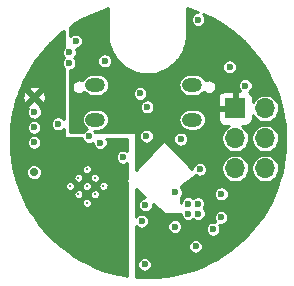
<source format=gbr>
G04 #@! TF.GenerationSoftware,KiCad,Pcbnew,(5.99.0-417-g8bd2765f3)*
G04 #@! TF.CreationDate,2020-07-20T21:20:45-04:00*
G04 #@! TF.ProjectId,bias,62696173-2e6b-4696-9361-645f70636258,rev?*
G04 #@! TF.SameCoordinates,Original*
G04 #@! TF.FileFunction,Copper,L3,Inr*
G04 #@! TF.FilePolarity,Positive*
%FSLAX46Y46*%
G04 Gerber Fmt 4.6, Leading zero omitted, Abs format (unit mm)*
G04 Created by KiCad (PCBNEW (5.99.0-417-g8bd2765f3)) date 2020-07-20 21:20:45*
%MOMM*%
%LPD*%
G04 APERTURE LIST*
%ADD10C,0.704800*%
%ADD11C,0.200000*%
%ADD12O,1.700000X1.200000*%
%ADD13R,1.700000X1.700000*%
%ADD14O,1.700000X1.700000*%
%ADD15C,0.600000*%
%ADD16C,0.254000*%
G04 APERTURE END LIST*
D10*
X190359200Y-97255400D03*
X190359200Y-103605400D03*
D11*
X194822334Y-103352874D03*
X195529441Y-104059981D03*
X196236548Y-104767087D03*
X194115228Y-104059981D03*
X194822334Y-104767087D03*
X195529441Y-105474194D03*
X193408121Y-104767087D03*
X194115228Y-105474194D03*
X194822334Y-106181301D03*
D12*
X195559240Y-96202680D03*
X203759239Y-96202680D03*
X195559240Y-99142680D03*
X203759239Y-99142680D03*
D13*
X207391000Y-98196400D03*
D14*
X209931000Y-98196400D03*
X207391000Y-100736400D03*
X209931000Y-100736400D03*
X207391000Y-103276400D03*
X209931000Y-103276400D03*
D15*
X191759400Y-93878400D03*
X199329040Y-96931480D03*
X199928480Y-98059240D03*
X199877680Y-100543360D03*
X195950840Y-101097080D03*
X203789280Y-94320360D03*
X200909240Y-97388360D03*
X198409240Y-97343280D03*
X206197200Y-105435400D03*
X204389200Y-103350400D03*
X204233742Y-106254173D03*
X205509200Y-108420400D03*
X194005200Y-109245400D03*
X197815200Y-108991400D03*
X191409200Y-99470400D03*
X202272406Y-108195168D03*
X202329200Y-105310400D03*
X195009200Y-100570400D03*
X204240000Y-90670000D03*
X208229200Y-96260400D03*
X199789200Y-106370400D03*
X192389200Y-99500400D03*
X193319400Y-94348400D03*
X196347600Y-94167000D03*
X193869200Y-92490400D03*
X197889200Y-102320400D03*
X202779200Y-100800400D03*
X199466200Y-107731128D03*
X206919200Y-94670400D03*
X204264200Y-107100400D03*
X203414200Y-107100400D03*
X203414200Y-106250400D03*
X193329400Y-93458400D03*
X206189202Y-107423638D03*
X204038200Y-109880400D03*
X199720200Y-111404400D03*
X195076399Y-93228401D03*
X190359200Y-101065400D03*
X190359200Y-99795400D03*
X190365500Y-98519100D03*
G36*
X192873000Y-93028433D02*
G01*
X192778905Y-93140572D01*
X192703400Y-93348020D01*
X192703400Y-93568780D01*
X192778905Y-93776228D01*
X192873000Y-93888367D01*
X192873000Y-93906515D01*
X192768905Y-94030572D01*
X192693400Y-94238020D01*
X192693400Y-94458780D01*
X192768905Y-94666228D01*
X192873000Y-94790285D01*
X192873000Y-99103087D01*
X192797793Y-99013458D01*
X192606607Y-98903078D01*
X192389200Y-98864743D01*
X192171793Y-98903078D01*
X191980607Y-99013458D01*
X191838705Y-99182572D01*
X191763200Y-99390020D01*
X191763200Y-99610780D01*
X191838705Y-99818228D01*
X191980607Y-99987342D01*
X192171793Y-100097722D01*
X192389200Y-100136057D01*
X192606607Y-100097722D01*
X192797793Y-99987342D01*
X192873000Y-99897713D01*
X192873000Y-100734804D01*
X194405507Y-100742067D01*
X194458705Y-100888228D01*
X194600607Y-101057342D01*
X194791793Y-101167722D01*
X195009200Y-101206057D01*
X195226607Y-101167722D01*
X195324840Y-101111008D01*
X195324840Y-101207460D01*
X195400345Y-101414908D01*
X195542247Y-101584022D01*
X195733433Y-101694402D01*
X195950840Y-101732737D01*
X196168247Y-101694402D01*
X196359433Y-101584022D01*
X196501335Y-101414908D01*
X196576840Y-101207460D01*
X196576840Y-100986700D01*
X196501335Y-100779252D01*
X196478377Y-100751892D01*
X198232175Y-100760204D01*
X198230325Y-101794506D01*
X198106607Y-101723078D01*
X197889200Y-101684743D01*
X197671793Y-101723078D01*
X197480607Y-101833458D01*
X197338705Y-102002572D01*
X197263200Y-102210020D01*
X197263200Y-102430780D01*
X197338705Y-102638228D01*
X197480607Y-102807342D01*
X197671793Y-102917722D01*
X197889200Y-102956057D01*
X198106607Y-102917722D01*
X198228441Y-102847382D01*
X198226099Y-104157035D01*
X198088267Y-104300202D01*
X198225634Y-104416677D01*
X198211435Y-112354394D01*
X198096231Y-112338678D01*
X197438633Y-112210043D01*
X196789518Y-112043763D01*
X196151029Y-111840387D01*
X195525347Y-111600609D01*
X194914460Y-111325191D01*
X194320473Y-111015082D01*
X193745317Y-110671292D01*
X193190894Y-110294957D01*
X192659066Y-109887341D01*
X192151585Y-109449786D01*
X191670117Y-108983729D01*
X191216290Y-108490748D01*
X190791582Y-107972443D01*
X190397413Y-107430551D01*
X190035119Y-106866910D01*
X189705838Y-106283290D01*
X189653207Y-106176006D01*
X194389004Y-106176006D01*
X194416151Y-106332359D01*
X194497765Y-106468456D01*
X194622901Y-106566047D01*
X194774780Y-106612047D01*
X194933035Y-106600286D01*
X195076445Y-106532342D01*
X195185782Y-106417328D01*
X195246666Y-106269978D01*
X195248705Y-106103017D01*
X195191441Y-105954226D01*
X195084947Y-105836573D01*
X194943239Y-105765146D01*
X194785317Y-105749522D01*
X194632360Y-105791798D01*
X194504878Y-105886302D01*
X194419963Y-106020364D01*
X194389004Y-106176006D01*
X189653207Y-106176006D01*
X189410710Y-105681705D01*
X189321116Y-105468899D01*
X193681898Y-105468899D01*
X193709045Y-105625252D01*
X193790659Y-105761349D01*
X193915795Y-105858940D01*
X194067674Y-105904940D01*
X194225929Y-105893179D01*
X194369339Y-105825235D01*
X194478676Y-105710221D01*
X194539560Y-105562871D01*
X194540707Y-105468899D01*
X195096111Y-105468899D01*
X195123258Y-105625252D01*
X195204872Y-105761349D01*
X195330008Y-105858940D01*
X195481887Y-105904940D01*
X195640142Y-105893179D01*
X195783552Y-105825235D01*
X195892889Y-105710221D01*
X195953773Y-105562871D01*
X195955812Y-105395910D01*
X195898548Y-105247119D01*
X195792054Y-105129466D01*
X195650346Y-105058039D01*
X195492424Y-105042415D01*
X195339467Y-105084691D01*
X195211985Y-105179195D01*
X195127070Y-105313257D01*
X195096111Y-105468899D01*
X194540707Y-105468899D01*
X194541599Y-105395910D01*
X194484335Y-105247119D01*
X194377841Y-105129466D01*
X194236133Y-105058039D01*
X194078211Y-105042415D01*
X193925254Y-105084691D01*
X193797772Y-105179195D01*
X193712857Y-105313257D01*
X193681898Y-105468899D01*
X189321116Y-105468899D01*
X189150693Y-105064109D01*
X189043449Y-104761792D01*
X192974791Y-104761792D01*
X193001938Y-104918145D01*
X193083552Y-105054242D01*
X193208688Y-105151833D01*
X193360567Y-105197833D01*
X193518822Y-105186072D01*
X193662232Y-105118128D01*
X193771569Y-105003114D01*
X193832453Y-104855764D01*
X193833600Y-104761792D01*
X194389004Y-104761792D01*
X194416151Y-104918145D01*
X194497765Y-105054242D01*
X194622901Y-105151833D01*
X194774780Y-105197833D01*
X194933035Y-105186072D01*
X195076445Y-105118128D01*
X195185782Y-105003114D01*
X195246666Y-104855764D01*
X195247813Y-104761792D01*
X195803218Y-104761792D01*
X195830365Y-104918145D01*
X195911979Y-105054242D01*
X196037115Y-105151833D01*
X196188994Y-105197833D01*
X196347249Y-105186072D01*
X196490659Y-105118128D01*
X196599996Y-105003114D01*
X196660880Y-104855764D01*
X196662919Y-104688803D01*
X196605655Y-104540012D01*
X196499161Y-104422359D01*
X196357453Y-104350932D01*
X196199531Y-104335308D01*
X196046574Y-104377584D01*
X195919092Y-104472088D01*
X195834177Y-104606150D01*
X195803218Y-104761792D01*
X195247813Y-104761792D01*
X195248705Y-104688803D01*
X195191441Y-104540012D01*
X195084947Y-104422359D01*
X194943239Y-104350932D01*
X194785317Y-104335308D01*
X194632360Y-104377584D01*
X194504878Y-104472088D01*
X194419963Y-104606150D01*
X194389004Y-104761792D01*
X193833600Y-104761792D01*
X193834492Y-104688803D01*
X193777228Y-104540012D01*
X193670734Y-104422359D01*
X193529026Y-104350932D01*
X193371104Y-104335308D01*
X193218147Y-104377584D01*
X193090665Y-104472088D01*
X193005750Y-104606150D01*
X192974791Y-104761792D01*
X189043449Y-104761792D01*
X188926674Y-104432612D01*
X188739370Y-103789242D01*
X188695511Y-103598229D01*
X189674468Y-103598229D01*
X189697764Y-103782631D01*
X189769790Y-103953976D01*
X189885242Y-104099639D01*
X190035612Y-104208890D01*
X190209822Y-104273678D01*
X190395038Y-104289231D01*
X190577613Y-104254403D01*
X190744098Y-104171759D01*
X190874120Y-104054686D01*
X193681898Y-104054686D01*
X193709045Y-104211039D01*
X193790659Y-104347136D01*
X193915795Y-104444727D01*
X194067674Y-104490727D01*
X194225929Y-104478966D01*
X194369339Y-104411022D01*
X194478676Y-104296008D01*
X194539560Y-104148658D01*
X194540707Y-104054686D01*
X195096111Y-104054686D01*
X195123258Y-104211039D01*
X195204872Y-104347136D01*
X195330008Y-104444727D01*
X195481887Y-104490727D01*
X195640142Y-104478966D01*
X195783552Y-104411022D01*
X195892889Y-104296008D01*
X195953773Y-104148658D01*
X195955812Y-103981697D01*
X195898548Y-103832906D01*
X195792054Y-103715253D01*
X195650346Y-103643826D01*
X195492424Y-103628202D01*
X195339467Y-103670478D01*
X195211985Y-103764982D01*
X195127070Y-103899044D01*
X195096111Y-104054686D01*
X194540707Y-104054686D01*
X194541599Y-103981697D01*
X194484335Y-103832906D01*
X194377841Y-103715253D01*
X194236133Y-103643826D01*
X194078211Y-103628202D01*
X193925254Y-103670478D01*
X193797772Y-103764982D01*
X193712857Y-103899044D01*
X193681898Y-104054686D01*
X190874120Y-104054686D01*
X190882224Y-104047390D01*
X190981818Y-103890456D01*
X191035733Y-103711878D01*
X191037815Y-103513114D01*
X190991598Y-103347579D01*
X194389004Y-103347579D01*
X194416151Y-103503932D01*
X194497765Y-103640029D01*
X194622901Y-103737620D01*
X194774780Y-103783620D01*
X194933035Y-103771859D01*
X195076445Y-103703915D01*
X195185782Y-103588901D01*
X195246666Y-103441551D01*
X195248705Y-103274590D01*
X195191441Y-103125799D01*
X195084947Y-103008146D01*
X194943239Y-102936719D01*
X194785317Y-102921095D01*
X194632360Y-102963371D01*
X194504878Y-103057875D01*
X194419963Y-103191937D01*
X194389004Y-103347579D01*
X190991598Y-103347579D01*
X190987651Y-103333445D01*
X190891366Y-103174460D01*
X190755874Y-103047225D01*
X190591158Y-102961113D01*
X190409351Y-102922469D01*
X190223850Y-102934140D01*
X190048321Y-102995266D01*
X189895696Y-103101343D01*
X189777219Y-103244557D01*
X189701620Y-103414356D01*
X189674468Y-103598229D01*
X188695511Y-103598229D01*
X188589414Y-103136170D01*
X188477298Y-102475530D01*
X188403399Y-101809553D01*
X188367958Y-101140408D01*
X188371093Y-100470323D01*
X188412795Y-99801565D01*
X188426832Y-99685020D01*
X189733200Y-99685020D01*
X189733200Y-99905780D01*
X189808705Y-100113228D01*
X189950607Y-100282342D01*
X190141793Y-100392722D01*
X190355474Y-100430400D01*
X190141793Y-100468078D01*
X189950607Y-100578458D01*
X189808705Y-100747572D01*
X189733200Y-100955020D01*
X189733200Y-101175780D01*
X189808705Y-101383228D01*
X189950607Y-101552342D01*
X190141793Y-101662722D01*
X190359200Y-101701057D01*
X190576607Y-101662722D01*
X190767793Y-101552342D01*
X190909695Y-101383228D01*
X190985200Y-101175780D01*
X190985200Y-100955020D01*
X190909695Y-100747572D01*
X190767793Y-100578458D01*
X190576607Y-100468078D01*
X190362926Y-100430400D01*
X190576607Y-100392722D01*
X190767793Y-100282342D01*
X190909695Y-100113228D01*
X190985200Y-99905780D01*
X190985200Y-99685020D01*
X190909695Y-99477572D01*
X190767793Y-99308458D01*
X190576607Y-99198078D01*
X190359200Y-99159743D01*
X190141793Y-99198078D01*
X189950607Y-99308458D01*
X189808705Y-99477572D01*
X189733200Y-99685020D01*
X188426832Y-99685020D01*
X188492928Y-99136285D01*
X188611222Y-98476729D01*
X188709774Y-98065223D01*
X189730396Y-98065223D01*
X189878838Y-98125198D01*
X189815005Y-98201272D01*
X189739500Y-98408720D01*
X189739500Y-98629480D01*
X189815005Y-98836928D01*
X189956907Y-99006042D01*
X190148093Y-99116422D01*
X190365500Y-99154757D01*
X190582907Y-99116422D01*
X190774093Y-99006042D01*
X190915995Y-98836928D01*
X190991500Y-98629480D01*
X190991500Y-98408720D01*
X190915995Y-98201272D01*
X190843741Y-98115163D01*
X190971272Y-98048491D01*
X190359200Y-97436419D01*
X189730396Y-98065223D01*
X188709774Y-98065223D01*
X188767286Y-97825083D01*
X188939981Y-97251937D01*
X189366991Y-97251937D01*
X189389394Y-97465080D01*
X189457043Y-97668439D01*
X189572110Y-97861471D01*
X190178181Y-97255400D01*
X190540219Y-97255400D01*
X191158449Y-97873630D01*
X191297357Y-97578433D01*
X191344888Y-97369225D01*
X191345659Y-97148458D01*
X191299589Y-96938924D01*
X191159619Y-96636000D01*
X190540219Y-97255400D01*
X190178181Y-97255400D01*
X189572693Y-96649912D01*
X189459949Y-96836071D01*
X189390881Y-97038955D01*
X189366991Y-97251937D01*
X188939981Y-97251937D01*
X188960598Y-97183516D01*
X189190531Y-96554110D01*
X189226040Y-96471926D01*
X189756745Y-96471926D01*
X190359200Y-97074381D01*
X190970385Y-96463195D01*
X190727677Y-96334144D01*
X190521254Y-96276509D01*
X190307272Y-96264545D01*
X190095711Y-96298810D01*
X189896447Y-96377705D01*
X189756745Y-96471926D01*
X189226040Y-96471926D01*
X189456308Y-95938997D01*
X189757052Y-95340205D01*
X190091769Y-94759713D01*
X190459344Y-94199457D01*
X190858560Y-93661287D01*
X191288097Y-93146986D01*
X191746531Y-92658260D01*
X192232325Y-92196745D01*
X192743889Y-91763952D01*
X192873000Y-91666900D01*
X192873000Y-93028433D01*
G37*
D16*
X192873000Y-93028433D02*
X192778905Y-93140572D01*
X192703400Y-93348020D01*
X192703400Y-93568780D01*
X192778905Y-93776228D01*
X192873000Y-93888367D01*
X192873000Y-93906515D01*
X192768905Y-94030572D01*
X192693400Y-94238020D01*
X192693400Y-94458780D01*
X192768905Y-94666228D01*
X192873000Y-94790285D01*
X192873000Y-99103087D01*
X192797793Y-99013458D01*
X192606607Y-98903078D01*
X192389200Y-98864743D01*
X192171793Y-98903078D01*
X191980607Y-99013458D01*
X191838705Y-99182572D01*
X191763200Y-99390020D01*
X191763200Y-99610780D01*
X191838705Y-99818228D01*
X191980607Y-99987342D01*
X192171793Y-100097722D01*
X192389200Y-100136057D01*
X192606607Y-100097722D01*
X192797793Y-99987342D01*
X192873000Y-99897713D01*
X192873000Y-100734804D01*
X194405507Y-100742067D01*
X194458705Y-100888228D01*
X194600607Y-101057342D01*
X194791793Y-101167722D01*
X195009200Y-101206057D01*
X195226607Y-101167722D01*
X195324840Y-101111008D01*
X195324840Y-101207460D01*
X195400345Y-101414908D01*
X195542247Y-101584022D01*
X195733433Y-101694402D01*
X195950840Y-101732737D01*
X196168247Y-101694402D01*
X196359433Y-101584022D01*
X196501335Y-101414908D01*
X196576840Y-101207460D01*
X196576840Y-100986700D01*
X196501335Y-100779252D01*
X196478377Y-100751892D01*
X198232175Y-100760204D01*
X198230325Y-101794506D01*
X198106607Y-101723078D01*
X197889200Y-101684743D01*
X197671793Y-101723078D01*
X197480607Y-101833458D01*
X197338705Y-102002572D01*
X197263200Y-102210020D01*
X197263200Y-102430780D01*
X197338705Y-102638228D01*
X197480607Y-102807342D01*
X197671793Y-102917722D01*
X197889200Y-102956057D01*
X198106607Y-102917722D01*
X198228441Y-102847382D01*
X198226099Y-104157035D01*
X198088267Y-104300202D01*
X198225634Y-104416677D01*
X198211435Y-112354394D01*
X198096231Y-112338678D01*
X197438633Y-112210043D01*
X196789518Y-112043763D01*
X196151029Y-111840387D01*
X195525347Y-111600609D01*
X194914460Y-111325191D01*
X194320473Y-111015082D01*
X193745317Y-110671292D01*
X193190894Y-110294957D01*
X192659066Y-109887341D01*
X192151585Y-109449786D01*
X191670117Y-108983729D01*
X191216290Y-108490748D01*
X190791582Y-107972443D01*
X190397413Y-107430551D01*
X190035119Y-106866910D01*
X189705838Y-106283290D01*
X189653207Y-106176006D01*
X194389004Y-106176006D01*
X194416151Y-106332359D01*
X194497765Y-106468456D01*
X194622901Y-106566047D01*
X194774780Y-106612047D01*
X194933035Y-106600286D01*
X195076445Y-106532342D01*
X195185782Y-106417328D01*
X195246666Y-106269978D01*
X195248705Y-106103017D01*
X195191441Y-105954226D01*
X195084947Y-105836573D01*
X194943239Y-105765146D01*
X194785317Y-105749522D01*
X194632360Y-105791798D01*
X194504878Y-105886302D01*
X194419963Y-106020364D01*
X194389004Y-106176006D01*
X189653207Y-106176006D01*
X189410710Y-105681705D01*
X189321116Y-105468899D01*
X193681898Y-105468899D01*
X193709045Y-105625252D01*
X193790659Y-105761349D01*
X193915795Y-105858940D01*
X194067674Y-105904940D01*
X194225929Y-105893179D01*
X194369339Y-105825235D01*
X194478676Y-105710221D01*
X194539560Y-105562871D01*
X194540707Y-105468899D01*
X195096111Y-105468899D01*
X195123258Y-105625252D01*
X195204872Y-105761349D01*
X195330008Y-105858940D01*
X195481887Y-105904940D01*
X195640142Y-105893179D01*
X195783552Y-105825235D01*
X195892889Y-105710221D01*
X195953773Y-105562871D01*
X195955812Y-105395910D01*
X195898548Y-105247119D01*
X195792054Y-105129466D01*
X195650346Y-105058039D01*
X195492424Y-105042415D01*
X195339467Y-105084691D01*
X195211985Y-105179195D01*
X195127070Y-105313257D01*
X195096111Y-105468899D01*
X194540707Y-105468899D01*
X194541599Y-105395910D01*
X194484335Y-105247119D01*
X194377841Y-105129466D01*
X194236133Y-105058039D01*
X194078211Y-105042415D01*
X193925254Y-105084691D01*
X193797772Y-105179195D01*
X193712857Y-105313257D01*
X193681898Y-105468899D01*
X189321116Y-105468899D01*
X189150693Y-105064109D01*
X189043449Y-104761792D01*
X192974791Y-104761792D01*
X193001938Y-104918145D01*
X193083552Y-105054242D01*
X193208688Y-105151833D01*
X193360567Y-105197833D01*
X193518822Y-105186072D01*
X193662232Y-105118128D01*
X193771569Y-105003114D01*
X193832453Y-104855764D01*
X193833600Y-104761792D01*
X194389004Y-104761792D01*
X194416151Y-104918145D01*
X194497765Y-105054242D01*
X194622901Y-105151833D01*
X194774780Y-105197833D01*
X194933035Y-105186072D01*
X195076445Y-105118128D01*
X195185782Y-105003114D01*
X195246666Y-104855764D01*
X195247813Y-104761792D01*
X195803218Y-104761792D01*
X195830365Y-104918145D01*
X195911979Y-105054242D01*
X196037115Y-105151833D01*
X196188994Y-105197833D01*
X196347249Y-105186072D01*
X196490659Y-105118128D01*
X196599996Y-105003114D01*
X196660880Y-104855764D01*
X196662919Y-104688803D01*
X196605655Y-104540012D01*
X196499161Y-104422359D01*
X196357453Y-104350932D01*
X196199531Y-104335308D01*
X196046574Y-104377584D01*
X195919092Y-104472088D01*
X195834177Y-104606150D01*
X195803218Y-104761792D01*
X195247813Y-104761792D01*
X195248705Y-104688803D01*
X195191441Y-104540012D01*
X195084947Y-104422359D01*
X194943239Y-104350932D01*
X194785317Y-104335308D01*
X194632360Y-104377584D01*
X194504878Y-104472088D01*
X194419963Y-104606150D01*
X194389004Y-104761792D01*
X193833600Y-104761792D01*
X193834492Y-104688803D01*
X193777228Y-104540012D01*
X193670734Y-104422359D01*
X193529026Y-104350932D01*
X193371104Y-104335308D01*
X193218147Y-104377584D01*
X193090665Y-104472088D01*
X193005750Y-104606150D01*
X192974791Y-104761792D01*
X189043449Y-104761792D01*
X188926674Y-104432612D01*
X188739370Y-103789242D01*
X188695511Y-103598229D01*
X189674468Y-103598229D01*
X189697764Y-103782631D01*
X189769790Y-103953976D01*
X189885242Y-104099639D01*
X190035612Y-104208890D01*
X190209822Y-104273678D01*
X190395038Y-104289231D01*
X190577613Y-104254403D01*
X190744098Y-104171759D01*
X190874120Y-104054686D01*
X193681898Y-104054686D01*
X193709045Y-104211039D01*
X193790659Y-104347136D01*
X193915795Y-104444727D01*
X194067674Y-104490727D01*
X194225929Y-104478966D01*
X194369339Y-104411022D01*
X194478676Y-104296008D01*
X194539560Y-104148658D01*
X194540707Y-104054686D01*
X195096111Y-104054686D01*
X195123258Y-104211039D01*
X195204872Y-104347136D01*
X195330008Y-104444727D01*
X195481887Y-104490727D01*
X195640142Y-104478966D01*
X195783552Y-104411022D01*
X195892889Y-104296008D01*
X195953773Y-104148658D01*
X195955812Y-103981697D01*
X195898548Y-103832906D01*
X195792054Y-103715253D01*
X195650346Y-103643826D01*
X195492424Y-103628202D01*
X195339467Y-103670478D01*
X195211985Y-103764982D01*
X195127070Y-103899044D01*
X195096111Y-104054686D01*
X194540707Y-104054686D01*
X194541599Y-103981697D01*
X194484335Y-103832906D01*
X194377841Y-103715253D01*
X194236133Y-103643826D01*
X194078211Y-103628202D01*
X193925254Y-103670478D01*
X193797772Y-103764982D01*
X193712857Y-103899044D01*
X193681898Y-104054686D01*
X190874120Y-104054686D01*
X190882224Y-104047390D01*
X190981818Y-103890456D01*
X191035733Y-103711878D01*
X191037815Y-103513114D01*
X190991598Y-103347579D01*
X194389004Y-103347579D01*
X194416151Y-103503932D01*
X194497765Y-103640029D01*
X194622901Y-103737620D01*
X194774780Y-103783620D01*
X194933035Y-103771859D01*
X195076445Y-103703915D01*
X195185782Y-103588901D01*
X195246666Y-103441551D01*
X195248705Y-103274590D01*
X195191441Y-103125799D01*
X195084947Y-103008146D01*
X194943239Y-102936719D01*
X194785317Y-102921095D01*
X194632360Y-102963371D01*
X194504878Y-103057875D01*
X194419963Y-103191937D01*
X194389004Y-103347579D01*
X190991598Y-103347579D01*
X190987651Y-103333445D01*
X190891366Y-103174460D01*
X190755874Y-103047225D01*
X190591158Y-102961113D01*
X190409351Y-102922469D01*
X190223850Y-102934140D01*
X190048321Y-102995266D01*
X189895696Y-103101343D01*
X189777219Y-103244557D01*
X189701620Y-103414356D01*
X189674468Y-103598229D01*
X188695511Y-103598229D01*
X188589414Y-103136170D01*
X188477298Y-102475530D01*
X188403399Y-101809553D01*
X188367958Y-101140408D01*
X188371093Y-100470323D01*
X188412795Y-99801565D01*
X188426832Y-99685020D01*
X189733200Y-99685020D01*
X189733200Y-99905780D01*
X189808705Y-100113228D01*
X189950607Y-100282342D01*
X190141793Y-100392722D01*
X190355474Y-100430400D01*
X190141793Y-100468078D01*
X189950607Y-100578458D01*
X189808705Y-100747572D01*
X189733200Y-100955020D01*
X189733200Y-101175780D01*
X189808705Y-101383228D01*
X189950607Y-101552342D01*
X190141793Y-101662722D01*
X190359200Y-101701057D01*
X190576607Y-101662722D01*
X190767793Y-101552342D01*
X190909695Y-101383228D01*
X190985200Y-101175780D01*
X190985200Y-100955020D01*
X190909695Y-100747572D01*
X190767793Y-100578458D01*
X190576607Y-100468078D01*
X190362926Y-100430400D01*
X190576607Y-100392722D01*
X190767793Y-100282342D01*
X190909695Y-100113228D01*
X190985200Y-99905780D01*
X190985200Y-99685020D01*
X190909695Y-99477572D01*
X190767793Y-99308458D01*
X190576607Y-99198078D01*
X190359200Y-99159743D01*
X190141793Y-99198078D01*
X189950607Y-99308458D01*
X189808705Y-99477572D01*
X189733200Y-99685020D01*
X188426832Y-99685020D01*
X188492928Y-99136285D01*
X188611222Y-98476729D01*
X188709774Y-98065223D01*
X189730396Y-98065223D01*
X189878838Y-98125198D01*
X189815005Y-98201272D01*
X189739500Y-98408720D01*
X189739500Y-98629480D01*
X189815005Y-98836928D01*
X189956907Y-99006042D01*
X190148093Y-99116422D01*
X190365500Y-99154757D01*
X190582907Y-99116422D01*
X190774093Y-99006042D01*
X190915995Y-98836928D01*
X190991500Y-98629480D01*
X190991500Y-98408720D01*
X190915995Y-98201272D01*
X190843741Y-98115163D01*
X190971272Y-98048491D01*
X190359200Y-97436419D01*
X189730396Y-98065223D01*
X188709774Y-98065223D01*
X188767286Y-97825083D01*
X188939981Y-97251937D01*
X189366991Y-97251937D01*
X189389394Y-97465080D01*
X189457043Y-97668439D01*
X189572110Y-97861471D01*
X190178181Y-97255400D01*
X190540219Y-97255400D01*
X191158449Y-97873630D01*
X191297357Y-97578433D01*
X191344888Y-97369225D01*
X191345659Y-97148458D01*
X191299589Y-96938924D01*
X191159619Y-96636000D01*
X190540219Y-97255400D01*
X190178181Y-97255400D01*
X189572693Y-96649912D01*
X189459949Y-96836071D01*
X189390881Y-97038955D01*
X189366991Y-97251937D01*
X188939981Y-97251937D01*
X188960598Y-97183516D01*
X189190531Y-96554110D01*
X189226040Y-96471926D01*
X189756745Y-96471926D01*
X190359200Y-97074381D01*
X190970385Y-96463195D01*
X190727677Y-96334144D01*
X190521254Y-96276509D01*
X190307272Y-96264545D01*
X190095711Y-96298810D01*
X189896447Y-96377705D01*
X189756745Y-96471926D01*
X189226040Y-96471926D01*
X189456308Y-95938997D01*
X189757052Y-95340205D01*
X190091769Y-94759713D01*
X190459344Y-94199457D01*
X190858560Y-93661287D01*
X191288097Y-93146986D01*
X191746531Y-92658260D01*
X192232325Y-92196745D01*
X192743889Y-91763952D01*
X192873000Y-91666900D01*
X192873000Y-93028433D01*
G36*
X203560798Y-89782229D02*
G01*
X204192549Y-90005549D01*
X204276478Y-90040775D01*
X204240000Y-90034343D01*
X204022593Y-90072678D01*
X203831407Y-90183058D01*
X203689505Y-90352172D01*
X203614000Y-90559620D01*
X203614000Y-90780380D01*
X203689505Y-90987828D01*
X203831407Y-91156942D01*
X204022593Y-91267322D01*
X204240000Y-91305657D01*
X204457407Y-91267322D01*
X204648593Y-91156942D01*
X204790495Y-90987828D01*
X204866000Y-90780380D01*
X204866000Y-90559620D01*
X204790495Y-90352172D01*
X204666593Y-90204509D01*
X204810427Y-90264878D01*
X205412328Y-90559331D01*
X205996279Y-90887943D01*
X206560365Y-91249636D01*
X207102690Y-91643198D01*
X207621446Y-92067314D01*
X208114952Y-92520609D01*
X208581526Y-93001541D01*
X209019667Y-93508562D01*
X209427857Y-94039914D01*
X209804825Y-94593943D01*
X210149242Y-95168696D01*
X210460022Y-95762359D01*
X210736108Y-96372917D01*
X210976587Y-96998346D01*
X211180665Y-97636586D01*
X211347675Y-98285547D01*
X211477036Y-98942970D01*
X211568349Y-99606831D01*
X211621294Y-100274804D01*
X211635699Y-100944742D01*
X211611517Y-101614372D01*
X211548831Y-102281486D01*
X211447839Y-102943932D01*
X211308886Y-103599442D01*
X211132427Y-104245877D01*
X210919060Y-104881053D01*
X210669473Y-105502918D01*
X210384513Y-106109367D01*
X210065090Y-106698450D01*
X209712314Y-107268126D01*
X209327330Y-107816550D01*
X208911390Y-108341937D01*
X208465924Y-108842476D01*
X207992363Y-109316562D01*
X207492293Y-109762607D01*
X206967414Y-110179095D01*
X206419389Y-110564709D01*
X205850121Y-110918109D01*
X205261391Y-111238186D01*
X204655263Y-111523821D01*
X204033675Y-111774098D01*
X203398721Y-111988177D01*
X202752486Y-112165352D01*
X202097140Y-112305032D01*
X201434820Y-112406758D01*
X200767759Y-112470188D01*
X200098136Y-112495113D01*
X199428198Y-112481453D01*
X198967000Y-112445413D01*
X198967000Y-111294020D01*
X199094200Y-111294020D01*
X199094200Y-111514780D01*
X199169705Y-111722228D01*
X199311607Y-111891342D01*
X199502793Y-112001722D01*
X199720200Y-112040057D01*
X199937607Y-112001722D01*
X200128793Y-111891342D01*
X200270695Y-111722228D01*
X200346200Y-111514780D01*
X200346200Y-111294020D01*
X200270695Y-111086572D01*
X200128793Y-110917458D01*
X199937607Y-110807078D01*
X199720200Y-110768743D01*
X199502793Y-110807078D01*
X199311607Y-110917458D01*
X199169705Y-111086572D01*
X199094200Y-111294020D01*
X198967000Y-111294020D01*
X198967000Y-109770020D01*
X203412200Y-109770020D01*
X203412200Y-109990780D01*
X203487705Y-110198228D01*
X203629607Y-110367342D01*
X203820793Y-110477722D01*
X204038200Y-110516057D01*
X204255607Y-110477722D01*
X204446793Y-110367342D01*
X204588695Y-110198228D01*
X204664200Y-109990780D01*
X204664200Y-109770020D01*
X204588695Y-109562572D01*
X204446793Y-109393458D01*
X204255607Y-109283078D01*
X204038200Y-109244743D01*
X203820793Y-109283078D01*
X203629607Y-109393458D01*
X203487705Y-109562572D01*
X203412200Y-109770020D01*
X198967000Y-109770020D01*
X198967000Y-108110088D01*
X199057607Y-108218070D01*
X199248793Y-108328450D01*
X199466200Y-108366785D01*
X199683607Y-108328450D01*
X199874793Y-108218070D01*
X199986628Y-108084788D01*
X201646406Y-108084788D01*
X201646406Y-108305548D01*
X201721911Y-108512996D01*
X201863813Y-108682110D01*
X202054999Y-108792490D01*
X202272406Y-108830825D01*
X202489813Y-108792490D01*
X202680999Y-108682110D01*
X202822901Y-108512996D01*
X202896778Y-108310020D01*
X204883200Y-108310020D01*
X204883200Y-108530780D01*
X204958705Y-108738228D01*
X205100607Y-108907342D01*
X205291793Y-109017722D01*
X205509200Y-109056057D01*
X205726607Y-109017722D01*
X205917793Y-108907342D01*
X206059695Y-108738228D01*
X206135200Y-108530780D01*
X206135200Y-108310020D01*
X206059695Y-108102572D01*
X205994587Y-108024979D01*
X206189202Y-108059295D01*
X206406609Y-108020960D01*
X206597795Y-107910580D01*
X206739697Y-107741466D01*
X206815202Y-107534018D01*
X206815202Y-107313258D01*
X206739697Y-107105810D01*
X206597795Y-106936696D01*
X206406609Y-106826316D01*
X206189202Y-106787981D01*
X205971795Y-106826316D01*
X205780609Y-106936696D01*
X205638707Y-107105810D01*
X205563202Y-107313258D01*
X205563202Y-107534018D01*
X205638707Y-107741466D01*
X205703815Y-107819059D01*
X205509200Y-107784743D01*
X205291793Y-107823078D01*
X205100607Y-107933458D01*
X204958705Y-108102572D01*
X204883200Y-108310020D01*
X202896778Y-108310020D01*
X202898406Y-108305548D01*
X202898406Y-108084788D01*
X202822901Y-107877340D01*
X202680999Y-107708226D01*
X202489813Y-107597846D01*
X202272406Y-107559511D01*
X202054999Y-107597846D01*
X201863813Y-107708226D01*
X201721911Y-107877340D01*
X201646406Y-108084788D01*
X199986628Y-108084788D01*
X200016695Y-108048956D01*
X200092200Y-107841508D01*
X200092200Y-107620748D01*
X200016695Y-107413300D01*
X199874793Y-107244186D01*
X199683607Y-107133806D01*
X199466200Y-107095471D01*
X199248793Y-107133806D01*
X199057607Y-107244186D01*
X198967000Y-107352168D01*
X198967000Y-105045296D01*
X199781670Y-105736071D01*
X199571793Y-105773078D01*
X199380607Y-105883458D01*
X199238705Y-106052572D01*
X199163200Y-106260020D01*
X199163200Y-106480780D01*
X199238705Y-106688228D01*
X199380607Y-106857342D01*
X199571793Y-106967722D01*
X199789200Y-107006057D01*
X200006607Y-106967722D01*
X200197793Y-106857342D01*
X200339695Y-106688228D01*
X200415200Y-106480780D01*
X200415200Y-106273253D01*
X201439757Y-107141994D01*
X202788200Y-107139259D01*
X202788200Y-107210780D01*
X202863705Y-107418228D01*
X203005607Y-107587342D01*
X203196793Y-107697722D01*
X203414200Y-107736057D01*
X203631607Y-107697722D01*
X203822793Y-107587342D01*
X203839200Y-107567788D01*
X203855607Y-107587342D01*
X204046793Y-107697722D01*
X204264200Y-107736057D01*
X204481607Y-107697722D01*
X204672793Y-107587342D01*
X204814695Y-107418228D01*
X204890200Y-107210780D01*
X204890200Y-106990020D01*
X204814695Y-106782572D01*
X204711122Y-106659137D01*
X204784237Y-106572001D01*
X204859742Y-106364553D01*
X204859742Y-106143793D01*
X204784237Y-105936345D01*
X204642335Y-105767231D01*
X204451149Y-105656851D01*
X204233742Y-105618516D01*
X204016335Y-105656851D01*
X203825695Y-105766916D01*
X203822793Y-105763458D01*
X203631607Y-105653078D01*
X203414200Y-105614743D01*
X203196793Y-105653078D01*
X203005607Y-105763458D01*
X202863705Y-105932572D01*
X202788200Y-106140020D01*
X202788200Y-106172551D01*
X202761138Y-105769520D01*
X202879695Y-105628228D01*
X202955200Y-105420780D01*
X202955200Y-105325020D01*
X205571200Y-105325020D01*
X205571200Y-105545780D01*
X205646705Y-105753228D01*
X205788607Y-105922342D01*
X205979793Y-106032722D01*
X206197200Y-106071057D01*
X206414607Y-106032722D01*
X206605793Y-105922342D01*
X206747695Y-105753228D01*
X206823200Y-105545780D01*
X206823200Y-105325020D01*
X206747695Y-105117572D01*
X206605793Y-104948458D01*
X206414607Y-104838078D01*
X206197200Y-104799743D01*
X205979793Y-104838078D01*
X205788607Y-104948458D01*
X205646705Y-105117572D01*
X205571200Y-105325020D01*
X202955200Y-105325020D01*
X202955200Y-105200020D01*
X202879694Y-104992572D01*
X202803602Y-104901888D01*
X202819203Y-104732230D01*
X204028111Y-103864768D01*
X204171793Y-103947722D01*
X204389200Y-103986057D01*
X204606607Y-103947722D01*
X204797793Y-103837342D01*
X204939695Y-103668228D01*
X205015200Y-103460780D01*
X205015200Y-103375281D01*
X206213460Y-103375281D01*
X206255092Y-103602116D01*
X206339991Y-103816546D01*
X206464922Y-104010401D01*
X206625127Y-104176298D01*
X206814504Y-104307919D01*
X207025839Y-104400249D01*
X207251084Y-104449772D01*
X207481658Y-104454601D01*
X207708778Y-104414555D01*
X207923795Y-104331154D01*
X208118517Y-104207579D01*
X208285529Y-104048537D01*
X208418469Y-103860083D01*
X208512272Y-103649397D01*
X208563563Y-103423638D01*
X208564238Y-103375281D01*
X208753460Y-103375281D01*
X208795092Y-103602116D01*
X208879991Y-103816546D01*
X209004922Y-104010401D01*
X209165127Y-104176298D01*
X209354504Y-104307919D01*
X209565839Y-104400249D01*
X209791084Y-104449772D01*
X210021658Y-104454601D01*
X210248778Y-104414555D01*
X210463795Y-104331154D01*
X210658517Y-104207579D01*
X210825529Y-104048537D01*
X210958469Y-103860083D01*
X211052272Y-103649397D01*
X211103563Y-103423638D01*
X211107218Y-103161960D01*
X211062250Y-102934855D01*
X210974365Y-102721633D01*
X210846739Y-102529541D01*
X210684234Y-102365897D01*
X210493038Y-102236933D01*
X210280434Y-102147563D01*
X210054520Y-102101189D01*
X209823901Y-102099579D01*
X209597361Y-102142794D01*
X209383531Y-102229187D01*
X209190552Y-102355469D01*
X209025778Y-102516828D01*
X208895482Y-102707119D01*
X208804630Y-102919095D01*
X208756680Y-103144678D01*
X208753460Y-103375281D01*
X208564238Y-103375281D01*
X208567218Y-103161960D01*
X208522250Y-102934855D01*
X208434365Y-102721633D01*
X208306739Y-102529541D01*
X208144234Y-102365897D01*
X207953038Y-102236933D01*
X207740434Y-102147563D01*
X207514520Y-102101189D01*
X207283901Y-102099579D01*
X207057361Y-102142794D01*
X206843531Y-102229187D01*
X206650552Y-102355469D01*
X206485778Y-102516828D01*
X206355482Y-102707119D01*
X206264630Y-102919095D01*
X206216680Y-103144678D01*
X206213460Y-103375281D01*
X205015200Y-103375281D01*
X205015200Y-103240020D01*
X204939695Y-103032572D01*
X204797793Y-102863458D01*
X204606607Y-102753078D01*
X204389200Y-102714743D01*
X204171793Y-102753078D01*
X203980607Y-102863458D01*
X203838705Y-103032572D01*
X203763200Y-103240020D01*
X203763200Y-103293010D01*
X201388139Y-100872623D01*
X198967000Y-103387462D01*
X198967000Y-100432980D01*
X199251680Y-100432980D01*
X199251680Y-100653740D01*
X199327185Y-100861188D01*
X199469087Y-101030302D01*
X199660273Y-101140682D01*
X199877680Y-101179017D01*
X200095087Y-101140682D01*
X200286273Y-101030302D01*
X200428175Y-100861188D01*
X200490475Y-100690020D01*
X202153200Y-100690020D01*
X202153200Y-100910780D01*
X202228705Y-101118228D01*
X202370607Y-101287342D01*
X202561793Y-101397722D01*
X202779200Y-101436057D01*
X202996607Y-101397722D01*
X203187793Y-101287342D01*
X203329695Y-101118228D01*
X203405200Y-100910780D01*
X203405200Y-100690020D01*
X203329695Y-100482572D01*
X203187793Y-100313458D01*
X202996607Y-100203078D01*
X202779200Y-100164743D01*
X202561793Y-100203078D01*
X202370607Y-100313458D01*
X202228705Y-100482572D01*
X202153200Y-100690020D01*
X200490475Y-100690020D01*
X200503680Y-100653740D01*
X200503680Y-100432980D01*
X200428175Y-100225532D01*
X200286273Y-100056418D01*
X200095087Y-99946038D01*
X199877680Y-99907703D01*
X199660273Y-99946038D01*
X199469087Y-100056418D01*
X199327185Y-100225532D01*
X199251680Y-100432980D01*
X198967000Y-100432980D01*
X198967000Y-100229400D01*
X195540251Y-100229400D01*
X195417793Y-100083458D01*
X195392196Y-100068680D01*
X195861413Y-100068680D01*
X196015690Y-100051375D01*
X196211880Y-99983054D01*
X196388057Y-99872967D01*
X196535467Y-99726582D01*
X196646783Y-99551177D01*
X196716471Y-99355470D01*
X196741069Y-99149185D01*
X196739702Y-99136175D01*
X202577410Y-99136175D01*
X202599124Y-99342781D01*
X202666074Y-99539443D01*
X202774929Y-99716386D01*
X202920281Y-99864813D01*
X203094905Y-99977351D01*
X203290540Y-100048557D01*
X203459302Y-100068680D01*
X204061412Y-100068680D01*
X204215689Y-100051375D01*
X204411879Y-99983054D01*
X204588056Y-99872967D01*
X204735466Y-99726582D01*
X204846782Y-99551177D01*
X204916470Y-99355470D01*
X204941068Y-99149185D01*
X204919354Y-98942579D01*
X204852404Y-98745917D01*
X204743549Y-98568974D01*
X204598197Y-98420547D01*
X204449007Y-98324400D01*
X205899163Y-98324400D01*
X205899163Y-99062988D01*
X205979795Y-99363912D01*
X206127185Y-99539565D01*
X206320814Y-99651356D01*
X206529976Y-99688237D01*
X206845882Y-99688237D01*
X206843531Y-99689187D01*
X206650552Y-99815469D01*
X206485778Y-99976828D01*
X206355482Y-100167119D01*
X206264630Y-100379095D01*
X206216680Y-100604678D01*
X206213460Y-100835281D01*
X206255092Y-101062116D01*
X206339991Y-101276546D01*
X206464922Y-101470401D01*
X206625127Y-101636298D01*
X206814504Y-101767919D01*
X207025839Y-101860249D01*
X207251084Y-101909772D01*
X207481658Y-101914601D01*
X207708778Y-101874555D01*
X207923795Y-101791154D01*
X208118517Y-101667579D01*
X208285529Y-101508537D01*
X208418469Y-101320083D01*
X208512272Y-101109397D01*
X208563563Y-100883638D01*
X208564238Y-100835281D01*
X208753460Y-100835281D01*
X208795092Y-101062116D01*
X208879991Y-101276546D01*
X209004922Y-101470401D01*
X209165127Y-101636298D01*
X209354504Y-101767919D01*
X209565839Y-101860249D01*
X209791084Y-101909772D01*
X210021658Y-101914601D01*
X210248778Y-101874555D01*
X210463795Y-101791154D01*
X210658517Y-101667579D01*
X210825529Y-101508537D01*
X210958469Y-101320083D01*
X211052272Y-101109397D01*
X211103563Y-100883638D01*
X211107218Y-100621960D01*
X211062250Y-100394855D01*
X210974365Y-100181633D01*
X210846739Y-99989541D01*
X210684234Y-99825897D01*
X210493038Y-99696933D01*
X210280434Y-99607563D01*
X210054520Y-99561189D01*
X209823901Y-99559579D01*
X209597361Y-99602794D01*
X209383531Y-99689187D01*
X209190552Y-99815469D01*
X209025778Y-99976828D01*
X208895482Y-100167119D01*
X208804630Y-100379095D01*
X208756680Y-100604678D01*
X208753460Y-100835281D01*
X208564238Y-100835281D01*
X208567218Y-100621960D01*
X208522250Y-100394855D01*
X208434365Y-100181633D01*
X208306739Y-99989541D01*
X208144234Y-99825897D01*
X207953038Y-99696933D01*
X207932351Y-99688237D01*
X208257588Y-99688237D01*
X208558512Y-99607605D01*
X208734165Y-99460215D01*
X208845956Y-99266586D01*
X208882837Y-99057424D01*
X208882837Y-98740962D01*
X209004922Y-98930401D01*
X209165127Y-99096298D01*
X209354504Y-99227919D01*
X209565839Y-99320249D01*
X209791084Y-99369772D01*
X210021658Y-99374601D01*
X210248778Y-99334555D01*
X210463795Y-99251154D01*
X210658517Y-99127579D01*
X210825529Y-98968537D01*
X210958469Y-98780083D01*
X211052272Y-98569397D01*
X211103563Y-98343638D01*
X211107218Y-98081960D01*
X211062250Y-97854855D01*
X210974365Y-97641633D01*
X210846739Y-97449541D01*
X210684234Y-97285897D01*
X210493038Y-97156933D01*
X210280434Y-97067563D01*
X210054520Y-97021189D01*
X209823901Y-97019579D01*
X209597361Y-97062794D01*
X209383531Y-97149187D01*
X209190552Y-97275469D01*
X209025778Y-97436828D01*
X208895482Y-97627119D01*
X208882837Y-97656622D01*
X208882837Y-97329812D01*
X208802205Y-97028889D01*
X208654815Y-96853235D01*
X208554597Y-96795375D01*
X208637793Y-96747342D01*
X208779695Y-96578228D01*
X208855200Y-96370780D01*
X208855200Y-96150020D01*
X208779695Y-95942572D01*
X208637793Y-95773458D01*
X208446607Y-95663078D01*
X208229200Y-95624743D01*
X208011793Y-95663078D01*
X207820607Y-95773458D01*
X207678705Y-95942572D01*
X207603200Y-96150020D01*
X207603200Y-96370780D01*
X207678705Y-96578228D01*
X207784712Y-96704563D01*
X207519000Y-96704563D01*
X207519000Y-98324400D01*
X205899163Y-98324400D01*
X204449007Y-98324400D01*
X204423573Y-98308009D01*
X204227938Y-98236803D01*
X204059176Y-98216680D01*
X203457066Y-98216680D01*
X203302789Y-98233985D01*
X203106599Y-98302306D01*
X202930422Y-98412393D01*
X202783012Y-98558778D01*
X202671696Y-98734183D01*
X202602008Y-98929890D01*
X202577410Y-99136175D01*
X196739702Y-99136175D01*
X196719355Y-98942579D01*
X196652405Y-98745917D01*
X196543550Y-98568974D01*
X196398198Y-98420547D01*
X196223574Y-98308009D01*
X196027939Y-98236803D01*
X195859177Y-98216680D01*
X195257067Y-98216680D01*
X195102790Y-98233985D01*
X194906600Y-98302306D01*
X194730423Y-98412393D01*
X194583013Y-98558778D01*
X194471697Y-98734183D01*
X194402009Y-98929890D01*
X194377411Y-99136175D01*
X194399125Y-99342781D01*
X194466075Y-99539443D01*
X194574930Y-99716386D01*
X194720282Y-99864813D01*
X194867548Y-99959720D01*
X194791793Y-99973078D01*
X194600607Y-100083458D01*
X194478149Y-100229400D01*
X193379000Y-100229400D01*
X193379000Y-97948860D01*
X199302480Y-97948860D01*
X199302480Y-98169620D01*
X199377985Y-98377068D01*
X199519887Y-98546182D01*
X199711073Y-98656562D01*
X199928480Y-98694897D01*
X200145887Y-98656562D01*
X200337073Y-98546182D01*
X200478975Y-98377068D01*
X200554480Y-98169620D01*
X200554480Y-97948860D01*
X200478975Y-97741412D01*
X200337073Y-97572298D01*
X200145887Y-97461918D01*
X199928480Y-97423583D01*
X199711073Y-97461918D01*
X199519887Y-97572298D01*
X199377985Y-97741412D01*
X199302480Y-97948860D01*
X193379000Y-97948860D01*
X193379000Y-96454134D01*
X193532081Y-96454134D01*
X193580150Y-96626882D01*
X193674774Y-96779196D01*
X193808341Y-96898830D01*
X193970118Y-96976167D01*
X194147100Y-97004990D01*
X194325056Y-96982982D01*
X194489681Y-96911913D01*
X194610001Y-96812199D01*
X194720282Y-96924813D01*
X194894906Y-97037351D01*
X195090541Y-97108557D01*
X195259303Y-97128680D01*
X195861413Y-97128680D01*
X196015690Y-97111375D01*
X196211880Y-97043054D01*
X196388057Y-96932967D01*
X196500707Y-96821100D01*
X198703040Y-96821100D01*
X198703040Y-97041860D01*
X198778545Y-97249308D01*
X198920447Y-97418422D01*
X199111633Y-97528802D01*
X199329040Y-97567137D01*
X199546447Y-97528802D01*
X199737633Y-97418422D01*
X199807316Y-97335376D01*
X205899163Y-97335376D01*
X205899163Y-98068400D01*
X207263000Y-98068400D01*
X207263000Y-96704563D01*
X206524412Y-96704563D01*
X206223489Y-96785195D01*
X206047835Y-96932585D01*
X205936044Y-97126214D01*
X205899163Y-97335376D01*
X199807316Y-97335376D01*
X199879535Y-97249308D01*
X199955040Y-97041860D01*
X199955040Y-96821100D01*
X199879535Y-96613652D01*
X199737633Y-96444538D01*
X199546447Y-96334158D01*
X199329040Y-96295823D01*
X199111633Y-96334158D01*
X198920447Y-96444538D01*
X198778545Y-96613652D01*
X198703040Y-96821100D01*
X196500707Y-96821100D01*
X196535467Y-96786582D01*
X196646783Y-96611177D01*
X196716471Y-96415470D01*
X196741069Y-96209185D01*
X196739702Y-96196175D01*
X202577410Y-96196175D01*
X202599124Y-96402781D01*
X202666074Y-96599443D01*
X202774929Y-96776386D01*
X202920281Y-96924813D01*
X203094905Y-97037351D01*
X203290540Y-97108557D01*
X203459302Y-97128680D01*
X204061412Y-97128680D01*
X204215689Y-97111375D01*
X204411879Y-97043054D01*
X204588056Y-96932967D01*
X204710595Y-96811280D01*
X204808341Y-96898830D01*
X204970118Y-96976167D01*
X205147100Y-97004990D01*
X205325056Y-96982982D01*
X205489681Y-96911913D01*
X205627745Y-96797494D01*
X205728145Y-96648924D01*
X205783050Y-96477401D01*
X205785578Y-96284325D01*
X205735181Y-96111422D01*
X205638705Y-95960275D01*
X205503684Y-95842282D01*
X205340975Y-95766928D01*
X205163656Y-95740269D01*
X204985981Y-95764449D01*
X204857766Y-95821668D01*
X204852404Y-95805916D01*
X204743549Y-95628974D01*
X204598197Y-95480547D01*
X204423573Y-95368009D01*
X204227938Y-95296803D01*
X204059176Y-95276680D01*
X203457066Y-95276680D01*
X203302789Y-95293985D01*
X203106599Y-95362306D01*
X202930422Y-95472393D01*
X202783012Y-95618778D01*
X202671696Y-95794183D01*
X202602008Y-95989890D01*
X202577410Y-96196175D01*
X196739702Y-96196175D01*
X196719355Y-96002579D01*
X196652405Y-95805917D01*
X196543550Y-95628974D01*
X196398198Y-95480547D01*
X196223574Y-95368009D01*
X196027939Y-95296803D01*
X195859177Y-95276680D01*
X195257067Y-95276680D01*
X195102790Y-95293985D01*
X194906600Y-95362306D01*
X194730423Y-95472393D01*
X194583013Y-95618778D01*
X194471697Y-95794183D01*
X194461523Y-95822756D01*
X194340975Y-95766928D01*
X194163656Y-95740269D01*
X193985981Y-95764449D01*
X193822235Y-95837525D01*
X193685581Y-95953621D01*
X193587004Y-96103405D01*
X193534428Y-96274836D01*
X193532081Y-96454134D01*
X193379000Y-96454134D01*
X193379000Y-94973548D01*
X193536807Y-94945722D01*
X193727993Y-94835342D01*
X193869895Y-94666228D01*
X193945400Y-94458780D01*
X193945400Y-94238020D01*
X193879376Y-94056620D01*
X195721600Y-94056620D01*
X195721600Y-94277380D01*
X195797105Y-94484828D01*
X195939007Y-94653942D01*
X196130193Y-94764322D01*
X196347600Y-94802657D01*
X196565007Y-94764322D01*
X196756193Y-94653942D01*
X196898095Y-94484828D01*
X196973600Y-94277380D01*
X196973600Y-94056620D01*
X196898095Y-93849172D01*
X196756193Y-93680058D01*
X196565007Y-93569678D01*
X196347600Y-93531343D01*
X196130193Y-93569678D01*
X195939007Y-93680058D01*
X195797105Y-93849172D01*
X195721600Y-94056620D01*
X193879376Y-94056620D01*
X193869895Y-94030572D01*
X193768186Y-93909358D01*
X193879895Y-93776228D01*
X193955400Y-93568780D01*
X193955400Y-93348020D01*
X193879895Y-93140572D01*
X193867458Y-93125750D01*
X193869200Y-93126057D01*
X194086607Y-93087722D01*
X194277793Y-92977342D01*
X194419695Y-92808228D01*
X194495200Y-92600780D01*
X194495200Y-92380020D01*
X194419695Y-92172572D01*
X194277793Y-92003458D01*
X194086607Y-91893078D01*
X193869200Y-91854743D01*
X193651793Y-91893078D01*
X193460607Y-92003458D01*
X193379000Y-92100714D01*
X193379000Y-91295151D01*
X193837430Y-90990203D01*
X194415776Y-90651814D01*
X195012658Y-90347268D01*
X195626074Y-90077591D01*
X196253985Y-89843677D01*
X196646422Y-89722708D01*
X196623560Y-91936882D01*
X196617882Y-91963154D01*
X196618086Y-91977762D01*
X196618943Y-92042786D01*
X196618721Y-92044300D01*
X196619009Y-92047848D01*
X196619048Y-92050777D01*
X196619348Y-92052019D01*
X196619906Y-92058877D01*
X196648884Y-92417823D01*
X196650287Y-92422281D01*
X196650141Y-92427097D01*
X196652993Y-92441441D01*
X196723036Y-92794675D01*
X196724942Y-92798943D01*
X196725354Y-92803784D01*
X196729833Y-92817668D01*
X196729832Y-92817668D01*
X196840011Y-93160510D01*
X196842394Y-93164529D01*
X196843346Y-93169223D01*
X196849404Y-93182566D01*
X196998258Y-93510476D01*
X197001088Y-93514195D01*
X197002544Y-93518660D01*
X197010079Y-93531232D01*
X197195681Y-93839933D01*
X197198918Y-93843300D01*
X197200911Y-93847641D01*
X197209856Y-93859254D01*
X197429663Y-94144517D01*
X197433264Y-94147489D01*
X197435743Y-94151572D01*
X197445965Y-94162080D01*
X197697098Y-94420184D01*
X197701022Y-94422726D01*
X197703926Y-94426461D01*
X197715278Y-94435731D01*
X197994451Y-94663293D01*
X197998639Y-94665366D01*
X198001923Y-94668712D01*
X198014263Y-94676624D01*
X198317770Y-94870607D01*
X198322169Y-94872185D01*
X198325824Y-94875138D01*
X198338989Y-94881577D01*
X198662777Y-95039390D01*
X198667333Y-95040453D01*
X198671365Y-95043005D01*
X198685189Y-95047872D01*
X199024901Y-95167399D01*
X199029542Y-95167931D01*
X199033881Y-95170022D01*
X199048210Y-95173266D01*
X199399336Y-95252940D01*
X199404006Y-95252934D01*
X199408619Y-95254535D01*
X199423098Y-95256081D01*
X199781115Y-95294875D01*
X199785756Y-95294333D01*
X199790327Y-95295349D01*
X199804982Y-95295266D01*
X200165192Y-95292653D01*
X200169739Y-95291581D01*
X200174550Y-95292081D01*
X200189046Y-95290284D01*
X200189046Y-95290285D01*
X200546463Y-95246301D01*
X200550858Y-95244713D01*
X200555592Y-95244658D01*
X200569841Y-95241219D01*
X200919882Y-95156433D01*
X200924064Y-95154351D01*
X200928857Y-95153740D01*
X200942566Y-95148680D01*
X201280497Y-95024241D01*
X201284411Y-95021693D01*
X201289174Y-95020517D01*
X201302139Y-95013932D01*
X201623528Y-94851478D01*
X201627126Y-94848495D01*
X201631570Y-94846836D01*
X201643809Y-94838772D01*
X201944430Y-94640431D01*
X201947658Y-94637056D01*
X201952032Y-94634822D01*
X201963144Y-94625454D01*
X202041081Y-94560020D01*
X206293200Y-94560020D01*
X206293200Y-94780780D01*
X206368705Y-94988228D01*
X206510607Y-95157342D01*
X206701793Y-95267722D01*
X206919200Y-95306057D01*
X207136607Y-95267722D01*
X207327793Y-95157342D01*
X207469695Y-94988228D01*
X207545200Y-94780780D01*
X207545200Y-94560020D01*
X207469695Y-94352572D01*
X207327793Y-94183458D01*
X207136607Y-94073078D01*
X206919200Y-94034743D01*
X206701793Y-94073078D01*
X206510607Y-94183458D01*
X206368705Y-94352572D01*
X206293200Y-94560020D01*
X202041081Y-94560020D01*
X202238945Y-94393901D01*
X202241764Y-94390179D01*
X202245718Y-94387545D01*
X202255793Y-94376897D01*
X202503173Y-94115155D01*
X202505546Y-94111133D01*
X202509182Y-94108053D01*
X202517963Y-94096317D01*
X202733614Y-93807884D01*
X202735509Y-93803616D01*
X202738753Y-93800153D01*
X202746131Y-93787487D01*
X202927211Y-93476165D01*
X202928603Y-93471706D01*
X202931471Y-93467835D01*
X202937316Y-93454426D01*
X203081397Y-93124393D01*
X203082268Y-93119801D01*
X203084694Y-93115587D01*
X203088936Y-93101638D01*
X203194130Y-92757233D01*
X203194467Y-92752569D01*
X203196329Y-92748253D01*
X203198990Y-92733842D01*
X203263915Y-92379544D01*
X203263714Y-92374875D01*
X203265076Y-92370345D01*
X203266057Y-92355721D01*
X203289828Y-91996336D01*
X203284868Y-91965253D01*
X203319563Y-89712290D01*
X203560798Y-89782229D01*
G37*
X203560798Y-89782229D02*
X204192549Y-90005549D01*
X204276478Y-90040775D01*
X204240000Y-90034343D01*
X204022593Y-90072678D01*
X203831407Y-90183058D01*
X203689505Y-90352172D01*
X203614000Y-90559620D01*
X203614000Y-90780380D01*
X203689505Y-90987828D01*
X203831407Y-91156942D01*
X204022593Y-91267322D01*
X204240000Y-91305657D01*
X204457407Y-91267322D01*
X204648593Y-91156942D01*
X204790495Y-90987828D01*
X204866000Y-90780380D01*
X204866000Y-90559620D01*
X204790495Y-90352172D01*
X204666593Y-90204509D01*
X204810427Y-90264878D01*
X205412328Y-90559331D01*
X205996279Y-90887943D01*
X206560365Y-91249636D01*
X207102690Y-91643198D01*
X207621446Y-92067314D01*
X208114952Y-92520609D01*
X208581526Y-93001541D01*
X209019667Y-93508562D01*
X209427857Y-94039914D01*
X209804825Y-94593943D01*
X210149242Y-95168696D01*
X210460022Y-95762359D01*
X210736108Y-96372917D01*
X210976587Y-96998346D01*
X211180665Y-97636586D01*
X211347675Y-98285547D01*
X211477036Y-98942970D01*
X211568349Y-99606831D01*
X211621294Y-100274804D01*
X211635699Y-100944742D01*
X211611517Y-101614372D01*
X211548831Y-102281486D01*
X211447839Y-102943932D01*
X211308886Y-103599442D01*
X211132427Y-104245877D01*
X210919060Y-104881053D01*
X210669473Y-105502918D01*
X210384513Y-106109367D01*
X210065090Y-106698450D01*
X209712314Y-107268126D01*
X209327330Y-107816550D01*
X208911390Y-108341937D01*
X208465924Y-108842476D01*
X207992363Y-109316562D01*
X207492293Y-109762607D01*
X206967414Y-110179095D01*
X206419389Y-110564709D01*
X205850121Y-110918109D01*
X205261391Y-111238186D01*
X204655263Y-111523821D01*
X204033675Y-111774098D01*
X203398721Y-111988177D01*
X202752486Y-112165352D01*
X202097140Y-112305032D01*
X201434820Y-112406758D01*
X200767759Y-112470188D01*
X200098136Y-112495113D01*
X199428198Y-112481453D01*
X198967000Y-112445413D01*
X198967000Y-111294020D01*
X199094200Y-111294020D01*
X199094200Y-111514780D01*
X199169705Y-111722228D01*
X199311607Y-111891342D01*
X199502793Y-112001722D01*
X199720200Y-112040057D01*
X199937607Y-112001722D01*
X200128793Y-111891342D01*
X200270695Y-111722228D01*
X200346200Y-111514780D01*
X200346200Y-111294020D01*
X200270695Y-111086572D01*
X200128793Y-110917458D01*
X199937607Y-110807078D01*
X199720200Y-110768743D01*
X199502793Y-110807078D01*
X199311607Y-110917458D01*
X199169705Y-111086572D01*
X199094200Y-111294020D01*
X198967000Y-111294020D01*
X198967000Y-109770020D01*
X203412200Y-109770020D01*
X203412200Y-109990780D01*
X203487705Y-110198228D01*
X203629607Y-110367342D01*
X203820793Y-110477722D01*
X204038200Y-110516057D01*
X204255607Y-110477722D01*
X204446793Y-110367342D01*
X204588695Y-110198228D01*
X204664200Y-109990780D01*
X204664200Y-109770020D01*
X204588695Y-109562572D01*
X204446793Y-109393458D01*
X204255607Y-109283078D01*
X204038200Y-109244743D01*
X203820793Y-109283078D01*
X203629607Y-109393458D01*
X203487705Y-109562572D01*
X203412200Y-109770020D01*
X198967000Y-109770020D01*
X198967000Y-108110088D01*
X199057607Y-108218070D01*
X199248793Y-108328450D01*
X199466200Y-108366785D01*
X199683607Y-108328450D01*
X199874793Y-108218070D01*
X199986628Y-108084788D01*
X201646406Y-108084788D01*
X201646406Y-108305548D01*
X201721911Y-108512996D01*
X201863813Y-108682110D01*
X202054999Y-108792490D01*
X202272406Y-108830825D01*
X202489813Y-108792490D01*
X202680999Y-108682110D01*
X202822901Y-108512996D01*
X202896778Y-108310020D01*
X204883200Y-108310020D01*
X204883200Y-108530780D01*
X204958705Y-108738228D01*
X205100607Y-108907342D01*
X205291793Y-109017722D01*
X205509200Y-109056057D01*
X205726607Y-109017722D01*
X205917793Y-108907342D01*
X206059695Y-108738228D01*
X206135200Y-108530780D01*
X206135200Y-108310020D01*
X206059695Y-108102572D01*
X205994587Y-108024979D01*
X206189202Y-108059295D01*
X206406609Y-108020960D01*
X206597795Y-107910580D01*
X206739697Y-107741466D01*
X206815202Y-107534018D01*
X206815202Y-107313258D01*
X206739697Y-107105810D01*
X206597795Y-106936696D01*
X206406609Y-106826316D01*
X206189202Y-106787981D01*
X205971795Y-106826316D01*
X205780609Y-106936696D01*
X205638707Y-107105810D01*
X205563202Y-107313258D01*
X205563202Y-107534018D01*
X205638707Y-107741466D01*
X205703815Y-107819059D01*
X205509200Y-107784743D01*
X205291793Y-107823078D01*
X205100607Y-107933458D01*
X204958705Y-108102572D01*
X204883200Y-108310020D01*
X202896778Y-108310020D01*
X202898406Y-108305548D01*
X202898406Y-108084788D01*
X202822901Y-107877340D01*
X202680999Y-107708226D01*
X202489813Y-107597846D01*
X202272406Y-107559511D01*
X202054999Y-107597846D01*
X201863813Y-107708226D01*
X201721911Y-107877340D01*
X201646406Y-108084788D01*
X199986628Y-108084788D01*
X200016695Y-108048956D01*
X200092200Y-107841508D01*
X200092200Y-107620748D01*
X200016695Y-107413300D01*
X199874793Y-107244186D01*
X199683607Y-107133806D01*
X199466200Y-107095471D01*
X199248793Y-107133806D01*
X199057607Y-107244186D01*
X198967000Y-107352168D01*
X198967000Y-105045296D01*
X199781670Y-105736071D01*
X199571793Y-105773078D01*
X199380607Y-105883458D01*
X199238705Y-106052572D01*
X199163200Y-106260020D01*
X199163200Y-106480780D01*
X199238705Y-106688228D01*
X199380607Y-106857342D01*
X199571793Y-106967722D01*
X199789200Y-107006057D01*
X200006607Y-106967722D01*
X200197793Y-106857342D01*
X200339695Y-106688228D01*
X200415200Y-106480780D01*
X200415200Y-106273253D01*
X201439757Y-107141994D01*
X202788200Y-107139259D01*
X202788200Y-107210780D01*
X202863705Y-107418228D01*
X203005607Y-107587342D01*
X203196793Y-107697722D01*
X203414200Y-107736057D01*
X203631607Y-107697722D01*
X203822793Y-107587342D01*
X203839200Y-107567788D01*
X203855607Y-107587342D01*
X204046793Y-107697722D01*
X204264200Y-107736057D01*
X204481607Y-107697722D01*
X204672793Y-107587342D01*
X204814695Y-107418228D01*
X204890200Y-107210780D01*
X204890200Y-106990020D01*
X204814695Y-106782572D01*
X204711122Y-106659137D01*
X204784237Y-106572001D01*
X204859742Y-106364553D01*
X204859742Y-106143793D01*
X204784237Y-105936345D01*
X204642335Y-105767231D01*
X204451149Y-105656851D01*
X204233742Y-105618516D01*
X204016335Y-105656851D01*
X203825695Y-105766916D01*
X203822793Y-105763458D01*
X203631607Y-105653078D01*
X203414200Y-105614743D01*
X203196793Y-105653078D01*
X203005607Y-105763458D01*
X202863705Y-105932572D01*
X202788200Y-106140020D01*
X202788200Y-106172551D01*
X202761138Y-105769520D01*
X202879695Y-105628228D01*
X202955200Y-105420780D01*
X202955200Y-105325020D01*
X205571200Y-105325020D01*
X205571200Y-105545780D01*
X205646705Y-105753228D01*
X205788607Y-105922342D01*
X205979793Y-106032722D01*
X206197200Y-106071057D01*
X206414607Y-106032722D01*
X206605793Y-105922342D01*
X206747695Y-105753228D01*
X206823200Y-105545780D01*
X206823200Y-105325020D01*
X206747695Y-105117572D01*
X206605793Y-104948458D01*
X206414607Y-104838078D01*
X206197200Y-104799743D01*
X205979793Y-104838078D01*
X205788607Y-104948458D01*
X205646705Y-105117572D01*
X205571200Y-105325020D01*
X202955200Y-105325020D01*
X202955200Y-105200020D01*
X202879694Y-104992572D01*
X202803602Y-104901888D01*
X202819203Y-104732230D01*
X204028111Y-103864768D01*
X204171793Y-103947722D01*
X204389200Y-103986057D01*
X204606607Y-103947722D01*
X204797793Y-103837342D01*
X204939695Y-103668228D01*
X205015200Y-103460780D01*
X205015200Y-103375281D01*
X206213460Y-103375281D01*
X206255092Y-103602116D01*
X206339991Y-103816546D01*
X206464922Y-104010401D01*
X206625127Y-104176298D01*
X206814504Y-104307919D01*
X207025839Y-104400249D01*
X207251084Y-104449772D01*
X207481658Y-104454601D01*
X207708778Y-104414555D01*
X207923795Y-104331154D01*
X208118517Y-104207579D01*
X208285529Y-104048537D01*
X208418469Y-103860083D01*
X208512272Y-103649397D01*
X208563563Y-103423638D01*
X208564238Y-103375281D01*
X208753460Y-103375281D01*
X208795092Y-103602116D01*
X208879991Y-103816546D01*
X209004922Y-104010401D01*
X209165127Y-104176298D01*
X209354504Y-104307919D01*
X209565839Y-104400249D01*
X209791084Y-104449772D01*
X210021658Y-104454601D01*
X210248778Y-104414555D01*
X210463795Y-104331154D01*
X210658517Y-104207579D01*
X210825529Y-104048537D01*
X210958469Y-103860083D01*
X211052272Y-103649397D01*
X211103563Y-103423638D01*
X211107218Y-103161960D01*
X211062250Y-102934855D01*
X210974365Y-102721633D01*
X210846739Y-102529541D01*
X210684234Y-102365897D01*
X210493038Y-102236933D01*
X210280434Y-102147563D01*
X210054520Y-102101189D01*
X209823901Y-102099579D01*
X209597361Y-102142794D01*
X209383531Y-102229187D01*
X209190552Y-102355469D01*
X209025778Y-102516828D01*
X208895482Y-102707119D01*
X208804630Y-102919095D01*
X208756680Y-103144678D01*
X208753460Y-103375281D01*
X208564238Y-103375281D01*
X208567218Y-103161960D01*
X208522250Y-102934855D01*
X208434365Y-102721633D01*
X208306739Y-102529541D01*
X208144234Y-102365897D01*
X207953038Y-102236933D01*
X207740434Y-102147563D01*
X207514520Y-102101189D01*
X207283901Y-102099579D01*
X207057361Y-102142794D01*
X206843531Y-102229187D01*
X206650552Y-102355469D01*
X206485778Y-102516828D01*
X206355482Y-102707119D01*
X206264630Y-102919095D01*
X206216680Y-103144678D01*
X206213460Y-103375281D01*
X205015200Y-103375281D01*
X205015200Y-103240020D01*
X204939695Y-103032572D01*
X204797793Y-102863458D01*
X204606607Y-102753078D01*
X204389200Y-102714743D01*
X204171793Y-102753078D01*
X203980607Y-102863458D01*
X203838705Y-103032572D01*
X203763200Y-103240020D01*
X203763200Y-103293010D01*
X201388139Y-100872623D01*
X198967000Y-103387462D01*
X198967000Y-100432980D01*
X199251680Y-100432980D01*
X199251680Y-100653740D01*
X199327185Y-100861188D01*
X199469087Y-101030302D01*
X199660273Y-101140682D01*
X199877680Y-101179017D01*
X200095087Y-101140682D01*
X200286273Y-101030302D01*
X200428175Y-100861188D01*
X200490475Y-100690020D01*
X202153200Y-100690020D01*
X202153200Y-100910780D01*
X202228705Y-101118228D01*
X202370607Y-101287342D01*
X202561793Y-101397722D01*
X202779200Y-101436057D01*
X202996607Y-101397722D01*
X203187793Y-101287342D01*
X203329695Y-101118228D01*
X203405200Y-100910780D01*
X203405200Y-100690020D01*
X203329695Y-100482572D01*
X203187793Y-100313458D01*
X202996607Y-100203078D01*
X202779200Y-100164743D01*
X202561793Y-100203078D01*
X202370607Y-100313458D01*
X202228705Y-100482572D01*
X202153200Y-100690020D01*
X200490475Y-100690020D01*
X200503680Y-100653740D01*
X200503680Y-100432980D01*
X200428175Y-100225532D01*
X200286273Y-100056418D01*
X200095087Y-99946038D01*
X199877680Y-99907703D01*
X199660273Y-99946038D01*
X199469087Y-100056418D01*
X199327185Y-100225532D01*
X199251680Y-100432980D01*
X198967000Y-100432980D01*
X198967000Y-100229400D01*
X195540251Y-100229400D01*
X195417793Y-100083458D01*
X195392196Y-100068680D01*
X195861413Y-100068680D01*
X196015690Y-100051375D01*
X196211880Y-99983054D01*
X196388057Y-99872967D01*
X196535467Y-99726582D01*
X196646783Y-99551177D01*
X196716471Y-99355470D01*
X196741069Y-99149185D01*
X196739702Y-99136175D01*
X202577410Y-99136175D01*
X202599124Y-99342781D01*
X202666074Y-99539443D01*
X202774929Y-99716386D01*
X202920281Y-99864813D01*
X203094905Y-99977351D01*
X203290540Y-100048557D01*
X203459302Y-100068680D01*
X204061412Y-100068680D01*
X204215689Y-100051375D01*
X204411879Y-99983054D01*
X204588056Y-99872967D01*
X204735466Y-99726582D01*
X204846782Y-99551177D01*
X204916470Y-99355470D01*
X204941068Y-99149185D01*
X204919354Y-98942579D01*
X204852404Y-98745917D01*
X204743549Y-98568974D01*
X204598197Y-98420547D01*
X204449007Y-98324400D01*
X205899163Y-98324400D01*
X205899163Y-99062988D01*
X205979795Y-99363912D01*
X206127185Y-99539565D01*
X206320814Y-99651356D01*
X206529976Y-99688237D01*
X206845882Y-99688237D01*
X206843531Y-99689187D01*
X206650552Y-99815469D01*
X206485778Y-99976828D01*
X206355482Y-100167119D01*
X206264630Y-100379095D01*
X206216680Y-100604678D01*
X206213460Y-100835281D01*
X206255092Y-101062116D01*
X206339991Y-101276546D01*
X206464922Y-101470401D01*
X206625127Y-101636298D01*
X206814504Y-101767919D01*
X207025839Y-101860249D01*
X207251084Y-101909772D01*
X207481658Y-101914601D01*
X207708778Y-101874555D01*
X207923795Y-101791154D01*
X208118517Y-101667579D01*
X208285529Y-101508537D01*
X208418469Y-101320083D01*
X208512272Y-101109397D01*
X208563563Y-100883638D01*
X208564238Y-100835281D01*
X208753460Y-100835281D01*
X208795092Y-101062116D01*
X208879991Y-101276546D01*
X209004922Y-101470401D01*
X209165127Y-101636298D01*
X209354504Y-101767919D01*
X209565839Y-101860249D01*
X209791084Y-101909772D01*
X210021658Y-101914601D01*
X210248778Y-101874555D01*
X210463795Y-101791154D01*
X210658517Y-101667579D01*
X210825529Y-101508537D01*
X210958469Y-101320083D01*
X211052272Y-101109397D01*
X211103563Y-100883638D01*
X211107218Y-100621960D01*
X211062250Y-100394855D01*
X210974365Y-100181633D01*
X210846739Y-99989541D01*
X210684234Y-99825897D01*
X210493038Y-99696933D01*
X210280434Y-99607563D01*
X210054520Y-99561189D01*
X209823901Y-99559579D01*
X209597361Y-99602794D01*
X209383531Y-99689187D01*
X209190552Y-99815469D01*
X209025778Y-99976828D01*
X208895482Y-100167119D01*
X208804630Y-100379095D01*
X208756680Y-100604678D01*
X208753460Y-100835281D01*
X208564238Y-100835281D01*
X208567218Y-100621960D01*
X208522250Y-100394855D01*
X208434365Y-100181633D01*
X208306739Y-99989541D01*
X208144234Y-99825897D01*
X207953038Y-99696933D01*
X207932351Y-99688237D01*
X208257588Y-99688237D01*
X208558512Y-99607605D01*
X208734165Y-99460215D01*
X208845956Y-99266586D01*
X208882837Y-99057424D01*
X208882837Y-98740962D01*
X209004922Y-98930401D01*
X209165127Y-99096298D01*
X209354504Y-99227919D01*
X209565839Y-99320249D01*
X209791084Y-99369772D01*
X210021658Y-99374601D01*
X210248778Y-99334555D01*
X210463795Y-99251154D01*
X210658517Y-99127579D01*
X210825529Y-98968537D01*
X210958469Y-98780083D01*
X211052272Y-98569397D01*
X211103563Y-98343638D01*
X211107218Y-98081960D01*
X211062250Y-97854855D01*
X210974365Y-97641633D01*
X210846739Y-97449541D01*
X210684234Y-97285897D01*
X210493038Y-97156933D01*
X210280434Y-97067563D01*
X210054520Y-97021189D01*
X209823901Y-97019579D01*
X209597361Y-97062794D01*
X209383531Y-97149187D01*
X209190552Y-97275469D01*
X209025778Y-97436828D01*
X208895482Y-97627119D01*
X208882837Y-97656622D01*
X208882837Y-97329812D01*
X208802205Y-97028889D01*
X208654815Y-96853235D01*
X208554597Y-96795375D01*
X208637793Y-96747342D01*
X208779695Y-96578228D01*
X208855200Y-96370780D01*
X208855200Y-96150020D01*
X208779695Y-95942572D01*
X208637793Y-95773458D01*
X208446607Y-95663078D01*
X208229200Y-95624743D01*
X208011793Y-95663078D01*
X207820607Y-95773458D01*
X207678705Y-95942572D01*
X207603200Y-96150020D01*
X207603200Y-96370780D01*
X207678705Y-96578228D01*
X207784712Y-96704563D01*
X207519000Y-96704563D01*
X207519000Y-98324400D01*
X205899163Y-98324400D01*
X204449007Y-98324400D01*
X204423573Y-98308009D01*
X204227938Y-98236803D01*
X204059176Y-98216680D01*
X203457066Y-98216680D01*
X203302789Y-98233985D01*
X203106599Y-98302306D01*
X202930422Y-98412393D01*
X202783012Y-98558778D01*
X202671696Y-98734183D01*
X202602008Y-98929890D01*
X202577410Y-99136175D01*
X196739702Y-99136175D01*
X196719355Y-98942579D01*
X196652405Y-98745917D01*
X196543550Y-98568974D01*
X196398198Y-98420547D01*
X196223574Y-98308009D01*
X196027939Y-98236803D01*
X195859177Y-98216680D01*
X195257067Y-98216680D01*
X195102790Y-98233985D01*
X194906600Y-98302306D01*
X194730423Y-98412393D01*
X194583013Y-98558778D01*
X194471697Y-98734183D01*
X194402009Y-98929890D01*
X194377411Y-99136175D01*
X194399125Y-99342781D01*
X194466075Y-99539443D01*
X194574930Y-99716386D01*
X194720282Y-99864813D01*
X194867548Y-99959720D01*
X194791793Y-99973078D01*
X194600607Y-100083458D01*
X194478149Y-100229400D01*
X193379000Y-100229400D01*
X193379000Y-97948860D01*
X199302480Y-97948860D01*
X199302480Y-98169620D01*
X199377985Y-98377068D01*
X199519887Y-98546182D01*
X199711073Y-98656562D01*
X199928480Y-98694897D01*
X200145887Y-98656562D01*
X200337073Y-98546182D01*
X200478975Y-98377068D01*
X200554480Y-98169620D01*
X200554480Y-97948860D01*
X200478975Y-97741412D01*
X200337073Y-97572298D01*
X200145887Y-97461918D01*
X199928480Y-97423583D01*
X199711073Y-97461918D01*
X199519887Y-97572298D01*
X199377985Y-97741412D01*
X199302480Y-97948860D01*
X193379000Y-97948860D01*
X193379000Y-96454134D01*
X193532081Y-96454134D01*
X193580150Y-96626882D01*
X193674774Y-96779196D01*
X193808341Y-96898830D01*
X193970118Y-96976167D01*
X194147100Y-97004990D01*
X194325056Y-96982982D01*
X194489681Y-96911913D01*
X194610001Y-96812199D01*
X194720282Y-96924813D01*
X194894906Y-97037351D01*
X195090541Y-97108557D01*
X195259303Y-97128680D01*
X195861413Y-97128680D01*
X196015690Y-97111375D01*
X196211880Y-97043054D01*
X196388057Y-96932967D01*
X196500707Y-96821100D01*
X198703040Y-96821100D01*
X198703040Y-97041860D01*
X198778545Y-97249308D01*
X198920447Y-97418422D01*
X199111633Y-97528802D01*
X199329040Y-97567137D01*
X199546447Y-97528802D01*
X199737633Y-97418422D01*
X199807316Y-97335376D01*
X205899163Y-97335376D01*
X205899163Y-98068400D01*
X207263000Y-98068400D01*
X207263000Y-96704563D01*
X206524412Y-96704563D01*
X206223489Y-96785195D01*
X206047835Y-96932585D01*
X205936044Y-97126214D01*
X205899163Y-97335376D01*
X199807316Y-97335376D01*
X199879535Y-97249308D01*
X199955040Y-97041860D01*
X199955040Y-96821100D01*
X199879535Y-96613652D01*
X199737633Y-96444538D01*
X199546447Y-96334158D01*
X199329040Y-96295823D01*
X199111633Y-96334158D01*
X198920447Y-96444538D01*
X198778545Y-96613652D01*
X198703040Y-96821100D01*
X196500707Y-96821100D01*
X196535467Y-96786582D01*
X196646783Y-96611177D01*
X196716471Y-96415470D01*
X196741069Y-96209185D01*
X196739702Y-96196175D01*
X202577410Y-96196175D01*
X202599124Y-96402781D01*
X202666074Y-96599443D01*
X202774929Y-96776386D01*
X202920281Y-96924813D01*
X203094905Y-97037351D01*
X203290540Y-97108557D01*
X203459302Y-97128680D01*
X204061412Y-97128680D01*
X204215689Y-97111375D01*
X204411879Y-97043054D01*
X204588056Y-96932967D01*
X204710595Y-96811280D01*
X204808341Y-96898830D01*
X204970118Y-96976167D01*
X205147100Y-97004990D01*
X205325056Y-96982982D01*
X205489681Y-96911913D01*
X205627745Y-96797494D01*
X205728145Y-96648924D01*
X205783050Y-96477401D01*
X205785578Y-96284325D01*
X205735181Y-96111422D01*
X205638705Y-95960275D01*
X205503684Y-95842282D01*
X205340975Y-95766928D01*
X205163656Y-95740269D01*
X204985981Y-95764449D01*
X204857766Y-95821668D01*
X204852404Y-95805916D01*
X204743549Y-95628974D01*
X204598197Y-95480547D01*
X204423573Y-95368009D01*
X204227938Y-95296803D01*
X204059176Y-95276680D01*
X203457066Y-95276680D01*
X203302789Y-95293985D01*
X203106599Y-95362306D01*
X202930422Y-95472393D01*
X202783012Y-95618778D01*
X202671696Y-95794183D01*
X202602008Y-95989890D01*
X202577410Y-96196175D01*
X196739702Y-96196175D01*
X196719355Y-96002579D01*
X196652405Y-95805917D01*
X196543550Y-95628974D01*
X196398198Y-95480547D01*
X196223574Y-95368009D01*
X196027939Y-95296803D01*
X195859177Y-95276680D01*
X195257067Y-95276680D01*
X195102790Y-95293985D01*
X194906600Y-95362306D01*
X194730423Y-95472393D01*
X194583013Y-95618778D01*
X194471697Y-95794183D01*
X194461523Y-95822756D01*
X194340975Y-95766928D01*
X194163656Y-95740269D01*
X193985981Y-95764449D01*
X193822235Y-95837525D01*
X193685581Y-95953621D01*
X193587004Y-96103405D01*
X193534428Y-96274836D01*
X193532081Y-96454134D01*
X193379000Y-96454134D01*
X193379000Y-94973548D01*
X193536807Y-94945722D01*
X193727993Y-94835342D01*
X193869895Y-94666228D01*
X193945400Y-94458780D01*
X193945400Y-94238020D01*
X193879376Y-94056620D01*
X195721600Y-94056620D01*
X195721600Y-94277380D01*
X195797105Y-94484828D01*
X195939007Y-94653942D01*
X196130193Y-94764322D01*
X196347600Y-94802657D01*
X196565007Y-94764322D01*
X196756193Y-94653942D01*
X196898095Y-94484828D01*
X196973600Y-94277380D01*
X196973600Y-94056620D01*
X196898095Y-93849172D01*
X196756193Y-93680058D01*
X196565007Y-93569678D01*
X196347600Y-93531343D01*
X196130193Y-93569678D01*
X195939007Y-93680058D01*
X195797105Y-93849172D01*
X195721600Y-94056620D01*
X193879376Y-94056620D01*
X193869895Y-94030572D01*
X193768186Y-93909358D01*
X193879895Y-93776228D01*
X193955400Y-93568780D01*
X193955400Y-93348020D01*
X193879895Y-93140572D01*
X193867458Y-93125750D01*
X193869200Y-93126057D01*
X194086607Y-93087722D01*
X194277793Y-92977342D01*
X194419695Y-92808228D01*
X194495200Y-92600780D01*
X194495200Y-92380020D01*
X194419695Y-92172572D01*
X194277793Y-92003458D01*
X194086607Y-91893078D01*
X193869200Y-91854743D01*
X193651793Y-91893078D01*
X193460607Y-92003458D01*
X193379000Y-92100714D01*
X193379000Y-91295151D01*
X193837430Y-90990203D01*
X194415776Y-90651814D01*
X195012658Y-90347268D01*
X195626074Y-90077591D01*
X196253985Y-89843677D01*
X196646422Y-89722708D01*
X196623560Y-91936882D01*
X196617882Y-91963154D01*
X196618086Y-91977762D01*
X196618943Y-92042786D01*
X196618721Y-92044300D01*
X196619009Y-92047848D01*
X196619048Y-92050777D01*
X196619348Y-92052019D01*
X196619906Y-92058877D01*
X196648884Y-92417823D01*
X196650287Y-92422281D01*
X196650141Y-92427097D01*
X196652993Y-92441441D01*
X196723036Y-92794675D01*
X196724942Y-92798943D01*
X196725354Y-92803784D01*
X196729833Y-92817668D01*
X196729832Y-92817668D01*
X196840011Y-93160510D01*
X196842394Y-93164529D01*
X196843346Y-93169223D01*
X196849404Y-93182566D01*
X196998258Y-93510476D01*
X197001088Y-93514195D01*
X197002544Y-93518660D01*
X197010079Y-93531232D01*
X197195681Y-93839933D01*
X197198918Y-93843300D01*
X197200911Y-93847641D01*
X197209856Y-93859254D01*
X197429663Y-94144517D01*
X197433264Y-94147489D01*
X197435743Y-94151572D01*
X197445965Y-94162080D01*
X197697098Y-94420184D01*
X197701022Y-94422726D01*
X197703926Y-94426461D01*
X197715278Y-94435731D01*
X197994451Y-94663293D01*
X197998639Y-94665366D01*
X198001923Y-94668712D01*
X198014263Y-94676624D01*
X198317770Y-94870607D01*
X198322169Y-94872185D01*
X198325824Y-94875138D01*
X198338989Y-94881577D01*
X198662777Y-95039390D01*
X198667333Y-95040453D01*
X198671365Y-95043005D01*
X198685189Y-95047872D01*
X199024901Y-95167399D01*
X199029542Y-95167931D01*
X199033881Y-95170022D01*
X199048210Y-95173266D01*
X199399336Y-95252940D01*
X199404006Y-95252934D01*
X199408619Y-95254535D01*
X199423098Y-95256081D01*
X199781115Y-95294875D01*
X199785756Y-95294333D01*
X199790327Y-95295349D01*
X199804982Y-95295266D01*
X200165192Y-95292653D01*
X200169739Y-95291581D01*
X200174550Y-95292081D01*
X200189046Y-95290284D01*
X200189046Y-95290285D01*
X200546463Y-95246301D01*
X200550858Y-95244713D01*
X200555592Y-95244658D01*
X200569841Y-95241219D01*
X200919882Y-95156433D01*
X200924064Y-95154351D01*
X200928857Y-95153740D01*
X200942566Y-95148680D01*
X201280497Y-95024241D01*
X201284411Y-95021693D01*
X201289174Y-95020517D01*
X201302139Y-95013932D01*
X201623528Y-94851478D01*
X201627126Y-94848495D01*
X201631570Y-94846836D01*
X201643809Y-94838772D01*
X201944430Y-94640431D01*
X201947658Y-94637056D01*
X201952032Y-94634822D01*
X201963144Y-94625454D01*
X202041081Y-94560020D01*
X206293200Y-94560020D01*
X206293200Y-94780780D01*
X206368705Y-94988228D01*
X206510607Y-95157342D01*
X206701793Y-95267722D01*
X206919200Y-95306057D01*
X207136607Y-95267722D01*
X207327793Y-95157342D01*
X207469695Y-94988228D01*
X207545200Y-94780780D01*
X207545200Y-94560020D01*
X207469695Y-94352572D01*
X207327793Y-94183458D01*
X207136607Y-94073078D01*
X206919200Y-94034743D01*
X206701793Y-94073078D01*
X206510607Y-94183458D01*
X206368705Y-94352572D01*
X206293200Y-94560020D01*
X202041081Y-94560020D01*
X202238945Y-94393901D01*
X202241764Y-94390179D01*
X202245718Y-94387545D01*
X202255793Y-94376897D01*
X202503173Y-94115155D01*
X202505546Y-94111133D01*
X202509182Y-94108053D01*
X202517963Y-94096317D01*
X202733614Y-93807884D01*
X202735509Y-93803616D01*
X202738753Y-93800153D01*
X202746131Y-93787487D01*
X202927211Y-93476165D01*
X202928603Y-93471706D01*
X202931471Y-93467835D01*
X202937316Y-93454426D01*
X203081397Y-93124393D01*
X203082268Y-93119801D01*
X203084694Y-93115587D01*
X203088936Y-93101638D01*
X203194130Y-92757233D01*
X203194467Y-92752569D01*
X203196329Y-92748253D01*
X203198990Y-92733842D01*
X203263915Y-92379544D01*
X203263714Y-92374875D01*
X203265076Y-92370345D01*
X203266057Y-92355721D01*
X203289828Y-91996336D01*
X203284868Y-91965253D01*
X203319563Y-89712290D01*
X203560798Y-89782229D01*
M02*

</source>
